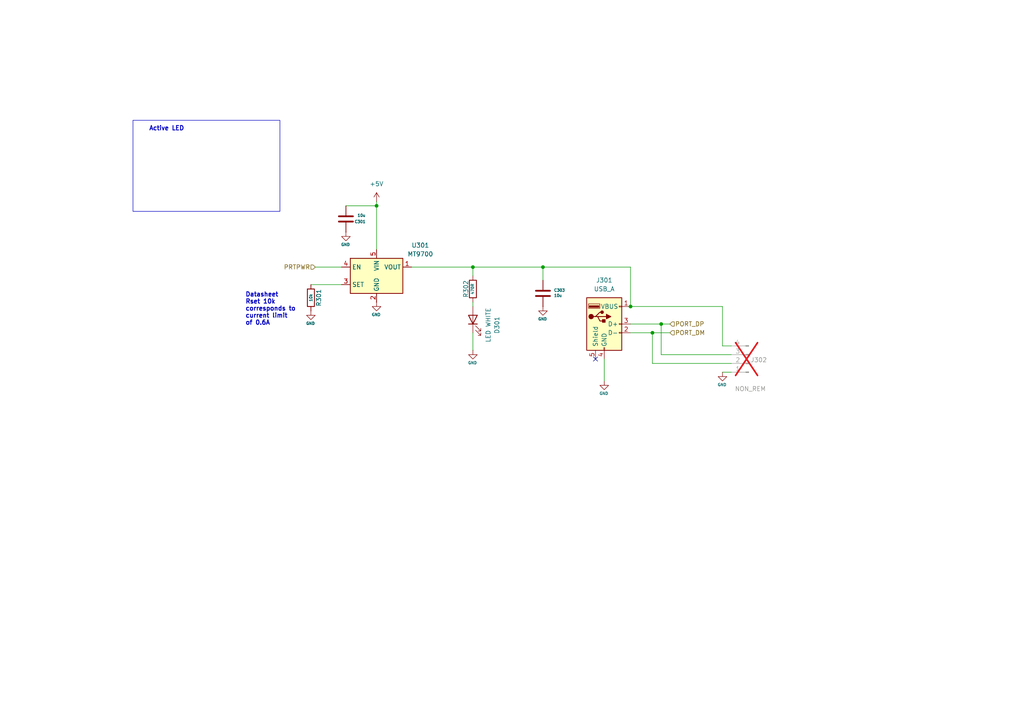
<source format=kicad_sch>
(kicad_sch (version 20231120) (generator "eeschema") (generator_version "8.0")
  (paper "A4")
  (title_block (title "Octoprobe octohub") (date "2024-05-22") (rev "0.1") (company "Hans Märki, Märki Informatik") (comment 1 "The MIT License (MIT)"))
  (lib_symbols
    (symbol "00_project_library:C" (pin_numbers hide) (pin_names (offset 0.254))
      (property "Reference" "C" (at 0.635 2.54 0))
      (property "Value" "C" (at 0.635 -2.54 0))
      (symbol "C_0_1"
        (polyline (pts (xy -2.032 -0.762) (xy 2.032 -0.762)) (stroke (width 0.508)))
        (polyline (pts (xy -2.032 0.762) (xy 2.032 0.762)) (stroke (width 0.508)))
      )
      (symbol "C_1_1"
        (pin passive line (at 0 3.81 270) (length 2.794) (name "~") (number "1"))
        (pin passive line (at 0 -3.81 90) (length 2.794) (name "~") (number "2"))
      )
    )
    (symbol "00_project_library:LED WHITE" (pin_numbers hide) (pin_names (offset 1.016) hide)
      (property "Reference" "D" (at 0 2.54 0))
      (property "Value" "LED WHITE" (at 0 -2.54 0))
      (symbol "LED WHITE_0_1"
        (polyline (pts (xy -1.27 -1.27) (xy -1.27 1.27)) (stroke (width 0.254)))
        (polyline (pts (xy -1.27 0) (xy 1.27 0)))
        (polyline (pts (xy 1.27 -1.27) (xy 1.27 1.27) (xy -1.27 0) (xy 1.27 -1.27)) (stroke (width 0.254)))
        (polyline (pts (xy -3.048 -0.762) (xy -4.572 -2.286) (xy -3.81 -2.286) (xy -4.572 -2.286) (xy -4.572 -1.524)))
        (polyline (pts (xy -1.778 -0.762) (xy -3.302 -2.286) (xy -2.54 -2.286) (xy -3.302 -2.286) (xy -3.302 -1.524)))
      )
      (symbol "LED WHITE_1_1"
        (pin passive line (at -3.81 0 0) (length 2.54) (name "K") (number "1"))
        (pin passive line (at 3.81 0 180) (length 2.54) (name "A") (number "2"))
      )
    )
    (symbol "00_project_library:MT9700"
      (property "Reference" "U" (at -7.62 6.35 0))
      (property "Value" "MT9700" (at 1.27 6.35 0))
      (symbol "MT9700_0_1"
        (rectangle (start -7.62 5.08) (end 7.62 -5.08) (stroke (width 0.254)) (fill (type background)))
      )
      (symbol "MT9700_1_1"
        (pin power_out line (at 10.16 2.54 180) (length 2.54) (name "VOUT") (number "1"))
        (pin power_in line (at 0 -7.62 90) (length 2.54) (name "GND") (number "2"))
        (pin input line (at -10.16 -2.54 0) (length 2.54) (name "SET") (number "3"))
        (pin input line (at -10.16 2.54 0) (length 2.54) (name "EN") (number "4"))
        (pin power_in line (at 0 7.62 270) (length 2.54) (name "VIN") (number "5"))
      )
    )
    (symbol "Connector:Conn_01x04_Pin" (pin_names (offset 1.016) hide)
      (property "Reference" "J" (at 0 5.08 0))
      (property "Value" "Conn_01x04_Pin" (at 0 -7.62 0))
      (symbol "Conn_01x04_Pin_1_1"
        (polyline (pts (xy 1.27 -5.08) (xy 0.8636 -5.08)) (stroke (width 0.1524)))
        (polyline (pts (xy 1.27 -2.54) (xy 0.8636 -2.54)) (stroke (width 0.1524)))
        (polyline (pts (xy 1.27 0) (xy 0.8636 0)) (stroke (width 0.1524)))
        (polyline (pts (xy 1.27 2.54) (xy 0.8636 2.54)) (stroke (width 0.1524)))
        (rectangle (start 0.8636 -4.953) (end 0 -5.207) (stroke (width 0.1524)) (fill (type outline)))
        (rectangle (start 0.8636 -2.413) (end 0 -2.667) (stroke (width 0.1524)) (fill (type outline)))
        (rectangle (start 0.8636 0.127) (end 0 -0.127) (stroke (width 0.1524)) (fill (type outline)))
        (rectangle (start 0.8636 2.667) (end 0 2.413) (stroke (width 0.1524)) (fill (type outline)))
        (pin passive line (at 5.08 2.54 180) (length 3.81) (name "Pin_1") (number "1"))
        (pin passive line (at 5.08 0 180) (length 3.81) (name "Pin_2") (number "2"))
        (pin passive line (at 5.08 -2.54 180) (length 3.81) (name "Pin_3") (number "3"))
        (pin passive line (at 5.08 -5.08 180) (length 3.81) (name "Pin_4") (number "4"))
      )
    )
    (symbol "Connector:USB_A" (pin_names (offset 1.016))
      (property "Reference" "J" (at -5.08 11.43 0))
      (property "Value" "USB_A" (at -5.08 8.89 0))
      (symbol "USB_A_0_1"
        (rectangle (start -5.08 -7.62) (end 5.08 7.62) (stroke (width 0.254)) (fill (type background)))
        (circle (center -3.81 2.159) (radius 0.635) (stroke (width 0.254)) (fill (type outline)))
        (rectangle (start -1.524 4.826) (end -4.318 5.334) (fill (type outline)))
        (rectangle (start -1.27 4.572) (end -4.572 5.842))
        (circle (center -0.635 3.429) (radius 0.381) (stroke (width 0.254)) (fill (type outline)))
        (rectangle (start -0.127 -7.62) (end 0.127 -6.858))
        (polyline (pts (xy -3.175 2.159) (xy -2.54 2.159) (xy -1.27 3.429) (xy -0.635 3.429)) (stroke (width 0.254)))
        (polyline (pts (xy -2.54 2.159) (xy -1.905 2.159) (xy -1.27 0.889) (xy 0 0.889)) (stroke (width 0.254)))
        (polyline (pts (xy 0.635 2.794) (xy 0.635 1.524) (xy 1.905 2.159) (xy 0.635 2.794)) (stroke (width 0.254)) (fill (type outline)))
        (rectangle (start 0.254 1.27) (end -0.508 0.508) (stroke (width 0.254)) (fill (type outline)))
        (rectangle (start 5.08 -2.667) (end 4.318 -2.413))
        (rectangle (start 5.08 -0.127) (end 4.318 0.127))
        (rectangle (start 5.08 4.953) (end 4.318 5.207))
      )
      (symbol "USB_A_1_1"
        (polyline (pts (xy -1.905 2.159) (xy 0.635 2.159)) (stroke (width 0.254)))
        (pin power_in line (at 7.62 5.08 180) (length 2.54) (name "VBUS") (number "1"))
        (pin bidirectional line (at 7.62 -2.54 180) (length 2.54) (name "D-") (number "2"))
        (pin bidirectional line (at 7.62 0 180) (length 2.54) (name "D+") (number "3"))
        (pin power_in line (at 0 -10.16 90) (length 2.54) (name "GND") (number "4"))
        (pin passive line (at -2.54 -10.16 90) (length 2.54) (name "Shield") (number "5"))
      )
    )
    (symbol "Device:R" (pin_numbers hide) (pin_names (offset 0))
      (property "Reference" "R" (at 2.032 0 90))
      (property "Value" "R" (at 0 0 90))
      (symbol "R_0_1"
        (rectangle (start -1.016 -2.54) (end 1.016 2.54) (stroke (width 0.254)))
      )
      (symbol "R_1_1"
        (pin passive line (at 0 3.81 270) (length 1.27) (name "~") (number "1"))
        (pin passive line (at 0 -3.81 90) (length 1.27) (name "~") (number "2"))
      )
    )
    (symbol "power:+5V" (power) (pin_numbers hide) (pin_names (offset 0) hide)
      (property "Value" "+5V" (at 0 3.556 0))
      (symbol "+5V_0_1"
        (polyline (pts (xy -0.762 1.27) (xy 0 2.54)))
        (polyline (pts (xy 0 0) (xy 0 2.54)))
        (polyline (pts (xy 0 2.54) (xy 0.762 1.27)))
      )
      (symbol "+5V_1_1"
        (pin power_in line (at 0 0 90) (length 0) (name "~") (number "1"))
      )
    )
    (symbol "power:GND" (power) (pin_numbers hide) (pin_names (offset 0) hide)
      (property "Value" "GND" (at 0 -3.81 0))
      (symbol "GND_0_1"
        (polyline (pts (xy 0 0) (xy 0 -1.27) (xy 1.27 -1.27) (xy 0 -2.54) (xy -1.27 -1.27) (xy 0 -1.27)))
      )
      (symbol "GND_1_1"
        (pin power_in line (at 0 0 270) (length 0) (name "~") (number "1"))
      )
    )
  )
  (junction (at 137.16 77.47))
  (junction (at 157.48 77.47))
  (junction (at 191.77 93.98))
  (junction (at 189.23 96.52))
  (junction (at 182.88 88.9))
  (junction (at 109.22 59.69))
  (no_connect (at 172.72 104.14))
  (wire (pts (xy 157.48 81.28) (xy 157.48 77.47)))
  (wire (pts (xy 157.48 77.47) (xy 182.88 77.47)))
  (wire (pts (xy 194.31 93.98) (xy 191.77 93.98)))
  (wire (pts (xy 91.44 77.47) (xy 99.06 77.47)))
  (wire (pts (xy 209.55 107.95) (xy 212.09 107.95)))
  (wire (pts (xy 175.26 110.49) (xy 175.26 104.14)))
  (wire (pts (xy 109.22 59.69) (xy 109.22 72.39)))
  (wire (pts (xy 137.16 77.47) (xy 157.48 77.47)))
  (wire (pts (xy 209.55 100.33) (xy 212.09 100.33)))
  (wire (pts (xy 182.88 77.47) (xy 182.88 88.9)))
  (wire (pts (xy 212.09 102.87) (xy 191.77 102.87)))
  (wire (pts (xy 189.23 96.52) (xy 189.23 105.41)))
  (wire (pts (xy 90.17 82.55) (xy 99.06 82.55)))
  (wire (pts (xy 119.38 77.47) (xy 137.16 77.47)))
  (wire (pts (xy 209.55 88.9) (xy 209.55 100.33)))
  (wire (pts (xy 137.16 88.9) (xy 137.16 87.63)))
  (wire (pts (xy 191.77 93.98) (xy 191.77 102.87)))
  (wire (pts (xy 212.09 105.41) (xy 189.23 105.41)))
  (wire (pts (xy 109.22 58.42) (xy 109.22 59.69)))
  (wire (pts (xy 182.88 88.9) (xy 209.55 88.9)))
  (wire (pts (xy 100.33 59.69) (xy 109.22 59.69)))
  (wire (pts (xy 194.31 96.52) (xy 189.23 96.52)))
  (wire (pts (xy 191.77 93.98) (xy 182.88 93.98)))
  (wire (pts (xy 137.16 101.6) (xy 137.16 96.52)))
  (wire (pts (xy 189.23 96.52) (xy 182.88 96.52)))
  (wire (pts (xy 137.16 77.47) (xy 137.16 80.01)))
  (rectangle (start 38.5705 34.887) (end 81.1912 61.303))
  (text "Active LED" (at 43.18 38.1 0) (effects (font (size 1.27 1.27) (thickness 0.254) (bold yes)) (justify left bottom)))
  (text "Datasheet\nRset 10k\ncorresponds to\ncurrent limit\nof 0.6A" (at 71.12 94.488 0) (effects (font (size 1.27 1.27) (thickness 0.254) (bold yes)) (justify left bottom)))
  (hierarchical_label "PORT_DM" (shape input) (at 194.31 96.52 0))
  (hierarchical_label "PORT_DP" (shape input) (at 194.31 93.98 0))
  (hierarchical_label "PRTPWR" (shape input) (at 91.44 77.47 180))
  (symbol (lib_id "00_project_library:LED WHITE") (at 137.16 92.71 90) (unit 1)
    (property "Reference" "D301" (at 144.145 94.2975 0))
    (property "Value" "LED WHITE" (at 141.605 94.2975 0))
    (property "Footprint" "00_project_library:LED_0603_1608Metric" (effects (hide yes)))
    (property "JLC" "C2290" (effects (hide yes)))
    (instances (project "pcb_octohub" (path "" (reference "D301") (unit 1)) (path "" (reference "D401") (unit 1)) (path "" (reference "D501") (unit 1)) (path "" (reference "D601") (unit 1)) (path "" (reference "D701") (unit 1)) (path "" (reference "D801") (unit 1)) (path "" (reference "D901") (unit 1)) (path "" (reference "D1001") (unit 1))))
  )
  (symbol (lib_id "power:GND") (at 209.55 107.95 0) (unit 1)
    (property "Reference" "#PWR0308" (effects (hide yes)))
    (property "Value" "GND" (at 209.423 111.5822 0) (effects (font (size 0.8 0.8))))
    (property "Description" "Power symbol creates a global label with name \"GND\" , ground" (effects (hide yes)))
    (instances (project "pcb_octohub" (path "" (reference "#PWR0308") (unit 1)) (path "" (reference "#PWR0408") (unit 1)) (path "" (reference "#PWR0508") (unit 1)) (path "" (reference "#PWR0608") (unit 1)) (path "" (reference "#PWR0708") (unit 1)) (path "" (reference "#PWR0808") (unit 1)) (path "" (reference "#PWR0908") (unit 1)) (path "" (reference "#PWR01008") (unit 1))))
  )
  (symbol (lib_id "power:GND") (at 175.26 110.49 0) (unit 1)
    (property "Reference" "#PWR0307" (effects (hide yes)))
    (property "Value" "GND" (at 175.133 114.1222 0) (effects (font (size 0.8 0.8))))
    (property "Description" "Power symbol creates a global label with name \"GND\" , ground" (effects (hide yes)))
    (instances (project "pcb_octohub" (path "" (reference "#PWR0307") (unit 1)) (path "" (reference "#PWR0407") (unit 1)) (path "" (reference "#PWR0507") (unit 1)) (path "" (reference "#PWR0607") (unit 1)) (path "" (reference "#PWR0707") (unit 1)) (path "" (reference "#PWR0807") (unit 1)) (path "" (reference "#PWR0907") (unit 1)) (path "" (reference "#PWR01007") (unit 1))))
  )
  (symbol (lib_id "Connector:USB_A") (at 175.26 93.98 0) (unit 1)
    (property "Reference" "J301" (at 175.26 81.28 0))
    (property "Value" "USB_A" (at 175.26 83.82 0))
    (property "Footprint" "Connector_USB:USB_A_Molex_105057_Vertical" (effects (hide yes)))
    (property "Datasheet" "https://wmsc.lcsc.com/wmsc/upload/file/pdf/v2/lcsc/2401171543_SHOU-HAN-AF-180-ZJB13-7_C456015.pdf" (effects (hide yes)))
    (property "Description" "USB Type A connector" (effects (hide yes)))
    (property "JLC" "C456015" (effects (hide yes)))
    (instances (project "pcb_octohub" (path "" (reference "J301") (unit 1)) (path "" (reference "J401") (unit 1)) (path "" (reference "J501") (unit 1)) (path "" (reference "J601") (unit 1)) (path "" (reference "J701") (unit 1)) (path "" (reference "J801") (unit 1)) (path "" (reference "J901") (unit 1)) (path "" (reference "J1001") (unit 1))))
  )
  (symbol (lib_id "power:GND") (at 90.17 90.17 0) (unit 1)
    (property "Reference" "#PWR0301" (effects (hide yes)))
    (property "Value" "GND" (at 90.043 93.8022 0) (effects (font (size 0.8 0.8))))
    (property "Description" "Power symbol creates a global label with name \"GND\" , ground" (effects (hide yes)))
    (instances (project "pcb_octohub" (path "" (reference "#PWR0301") (unit 1)) (path "" (reference "#PWR0401") (unit 1)) (path "" (reference "#PWR0501") (unit 1)) (path "" (reference "#PWR0601") (unit 1)) (path "" (reference "#PWR0701") (unit 1)) (path "" (reference "#PWR0801") (unit 1)) (path "" (reference "#PWR0901") (unit 1)) (path "" (reference "#PWR01001") (unit 1))))
  )
  (symbol (lib_id "00_project_library:C") (at 100.33 63.5 180) (unit 1)
    (property "Reference" "C301" (at 106.045 64.2874 0) (effects (font (size 0.8 0.8)) (justify left)))
    (property "Value" "10u" (at 106.045 62.484 0) (effects (font (size 0.8 0.8)) (justify left)))
    (property "Footprint" "Capacitor_SMD:C_0603_1608Metric" (effects (hide yes)))
    (instances (project "pcb_octohub" (path "" (reference "C301") (unit 1)) (path "" (reference "C401") (unit 1)) (path "" (reference "C501") (unit 1)) (path "" (reference "C601") (unit 1)) (path "" (reference "C701") (unit 1)) (path "" (reference "C801") (unit 1)) (path "" (reference "C901") (unit 1)) (path "" (reference "C1001") (unit 1))))
  )
  (symbol (lib_id "00_project_library:MT9700") (at 109.22 80.01 0) (unit 1)
    (property "Reference" "U301" (at 121.92 71.1514 0))
    (property "Value" "MT9700" (at 121.92 73.6914 0))
    (property "Footprint" "Package_TO_SOT_SMD:SOT-23-5" (effects (hide yes)))
    (property "Datasheet" "https://wmsc.lcsc.com/wmsc/upload/file/pdf/v2/lcsc/1809291208_XI-AN-Aerosemi-Tech-MT9700_C89855.pdf" (effects (hide yes)))
    (property "Description" "80mΩ, Adjustable Fast Response Current-Limited Power-Distribution Switch, SOT-23-5" (effects (hide yes)))
    (property "JLC" "C89855" (effects (hide yes)))
    (instances (project "pcb_octohub" (path "" (reference "U301") (unit 1)) (path "" (reference "U401") (unit 1)) (path "" (reference "U501") (unit 1)) (path "" (reference "U601") (unit 1)) (path "" (reference "U701") (unit 1)) (path "" (reference "U801") (unit 1)) (path "" (reference "U901") (unit 1)) (path "" (reference "U1001") (unit 1))))
  )
  (symbol (lib_id "Connector:Conn_01x04_Pin") (at 217.17 105.41 180) (unit 1) (dnp yes)
    (property "Reference" "J302" (at 217.678 104.394 0) (effects (justify right)))
    (property "Value" "NON_REM" (at 213.106 112.776 0) (effects (justify right)))
    (property "Footprint" "Connector_PinHeader_2.54mm:PinHeader_1x04_P2.54mm_Vertical" (effects (hide yes)))
    (property "Description" "Generic connector, single row, 01x04, script generated" (effects (hide yes)))
    (instances (project "pcb_octohub" (path "" (reference "J302") (unit 1)) (path "" (reference "J402") (unit 1)) (path "" (reference "J502") (unit 1)) (path "" (reference "J602") (unit 1)) (path "" (reference "J702") (unit 1)) (path "" (reference "J802") (unit 1)) (path "" (reference "J902") (unit 1)) (path "" (reference "J1002") (unit 1))))
  )
  (symbol (lib_id "Device:R") (at 137.16 83.82 180) (unit 1)
    (property "Reference" "R302" (at 135.128 83.82 90))
    (property "Value" "470R" (at 137.0584 83.82 90) (effects (font (size 0.8 0.8))))
    (property "Footprint" "Resistor_SMD:R_0402_1005Metric_Pad0.72x0.64mm_HandSolder" (effects (hide yes)))
    (instances (project "pcb_octohub" (path "" (reference "R302") (unit 1)) (path "" (reference "R402") (unit 1)) (path "" (reference "R502") (unit 1)) (path "" (reference "R602") (unit 1)) (path "" (reference "R702") (unit 1)) (path "" (reference "R802") (unit 1)) (path "" (reference "R902") (unit 1)) (path "" (reference "R1002") (unit 1))))
  )
  (symbol (lib_id "power:+5V") (at 109.22 58.42 0) (unit 1)
    (property "Reference" "#PWR0303" (effects (hide yes)))
    (property "Value" "+5V" (at 109.22 53.34 0))
    (property "Description" "Power symbol creates a global label with name \"+5V\"" (effects (hide yes)))
    (instances (project "pcb_octohub" (path "" (reference "#PWR0303") (unit 1)) (path "" (reference "#PWR0403") (unit 1)) (path "" (reference "#PWR0503") (unit 1)) (path "" (reference "#PWR0603") (unit 1)) (path "" (reference "#PWR0703") (unit 1)) (path "" (reference "#PWR0803") (unit 1)) (path "" (reference "#PWR0903") (unit 1)) (path "" (reference "#PWR01003") (unit 1))))
  )
  (symbol (lib_id "power:GND") (at 109.22 87.63 0) (unit 1)
    (property "Reference" "#PWR0304" (effects (hide yes)))
    (property "Value" "GND" (at 109.093 91.2622 0) (effects (font (size 0.8 0.8))))
    (property "Description" "Power symbol creates a global label with name \"GND\" , ground" (effects (hide yes)))
    (instances (project "pcb_octohub" (path "" (reference "#PWR0304") (unit 1)) (path "" (reference "#PWR0404") (unit 1)) (path "" (reference "#PWR0504") (unit 1)) (path "" (reference "#PWR0604") (unit 1)) (path "" (reference "#PWR0704") (unit 1)) (path "" (reference "#PWR0804") (unit 1)) (path "" (reference "#PWR0904") (unit 1)) (path "" (reference "#PWR01004") (unit 1))))
  )
  (symbol (lib_id "power:GND") (at 100.33 67.31 0) (unit 1)
    (property "Reference" "#PWR0302" (effects (hide yes)))
    (property "Value" "GND" (at 100.203 70.9422 0) (effects (font (size 0.8 0.8))))
    (property "Description" "Power symbol creates a global label with name \"GND\" , ground" (effects (hide yes)))
    (instances (project "pcb_octohub" (path "" (reference "#PWR0302") (unit 1)) (path "" (reference "#PWR0402") (unit 1)) (path "" (reference "#PWR0502") (unit 1)) (path "" (reference "#PWR0602") (unit 1)) (path "" (reference "#PWR0702") (unit 1)) (path "" (reference "#PWR0802") (unit 1)) (path "" (reference "#PWR0902") (unit 1)) (path "" (reference "#PWR01002") (unit 1))))
  )
  (symbol (lib_id "power:GND") (at 157.48 88.9 0) (unit 1)
    (property "Reference" "#PWR0306" (effects (hide yes)))
    (property "Value" "GND" (at 157.353 92.5322 0) (effects (font (size 0.8 0.8))))
    (property "Description" "Power symbol creates a global label with name \"GND\" , ground" (effects (hide yes)))
    (instances (project "pcb_octohub" (path "" (reference "#PWR0306") (unit 1)) (path "" (reference "#PWR0406") (unit 1)) (path "" (reference "#PWR0506") (unit 1)) (path "" (reference "#PWR0606") (unit 1)) (path "" (reference "#PWR0706") (unit 1)) (path "" (reference "#PWR0806") (unit 1)) (path "" (reference "#PWR0906") (unit 1)) (path "" (reference "#PWR01006") (unit 1))))
  )
  (symbol (lib_id "Device:R") (at 90.17 86.36 180) (unit 1)
    (property "Reference" "R301" (at 92.456 86.36 90))
    (property "Value" "10k" (at 90.17 86.36 90) (effects (font (size 0.8 0.8))))
    (property "Footprint" "Resistor_SMD:R_0402_1005Metric_Pad0.72x0.64mm_HandSolder" (effects (hide yes)))
    (instances (project "pcb_octohub" (path "" (reference "R301") (unit 1)) (path "" (reference "R401") (unit 1)) (path "" (reference "R501") (unit 1)) (path "" (reference "R601") (unit 1)) (path "" (reference "R701") (unit 1)) (path "" (reference "R801") (unit 1)) (path "" (reference "R901") (unit 1)) (path "" (reference "R1001") (unit 1))))
  )
  (symbol (lib_id "power:GND") (at 137.16 101.6 0) (unit 1)
    (property "Reference" "#PWR0305" (effects (hide yes)))
    (property "Value" "GND" (at 137.033 105.2322 0) (effects (font (size 0.8 0.8))))
    (property "Description" "Power symbol creates a global label with name \"GND\" , ground" (effects (hide yes)))
    (instances (project "pcb_octohub" (path "" (reference "#PWR0305") (unit 1)) (path "" (reference "#PWR0405") (unit 1)) (path "" (reference "#PWR0505") (unit 1)) (path "" (reference "#PWR0605") (unit 1)) (path "" (reference "#PWR0705") (unit 1)) (path "" (reference "#PWR0805") (unit 1)) (path "" (reference "#PWR0905") (unit 1)) (path "" (reference "#PWR01005") (unit 1))))
  )
  (symbol (lib_id "00_project_library:C") (at 157.48 85.09 0) (unit 1)
    (property "Reference" "C303" (at 160.655 84.1756 0) (effects (font (size 0.8 0.8)) (justify left)))
    (property "Value" "10u" (at 160.655 85.725 0) (effects (font (size 0.8 0.8)) (justify left)))
    (property "Footprint" "Capacitor_SMD:C_0603_1608Metric" (effects (hide yes)))
    (instances (project "pcb_octohub" (path "" (reference "C303") (unit 1)) (path "" (reference "C403") (unit 1)) (path "" (reference "C503") (unit 1)) (path "" (reference "C603") (unit 1)) (path "" (reference "C703") (unit 1)) (path "" (reference "C803") (unit 1)) (path "" (reference "C903") (unit 1)) (path "" (reference "C1003") (unit 1))))
  )
)
</source>
